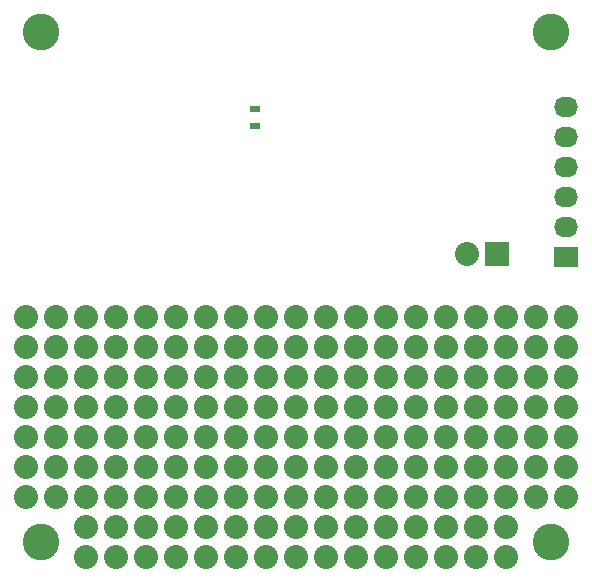
<source format=gbs>
G04 #@! TF.FileFunction,Soldermask,Bot*
%FSLAX46Y46*%
G04 Gerber Fmt 4.6, Leading zero omitted, Abs format (unit mm)*
G04 Created by KiCad (PCBNEW 4.0.0-rc2-1-stable) date Sunday, 29 November 2015 18:47:31*
%MOMM*%
G01*
G04 APERTURE LIST*
%ADD10C,0.100000*%
%ADD11R,2.032000X2.032000*%
%ADD12O,2.032000X2.032000*%
%ADD13R,2.032000X1.727200*%
%ADD14O,2.032000X1.727200*%
%ADD15R,0.900000X0.500000*%
%ADD16C,2.032000*%
%ADD17C,3.100000*%
G04 APERTURE END LIST*
D10*
D11*
X166878000Y-101346000D03*
D12*
X164338000Y-101346000D03*
D13*
X172720000Y-101600000D03*
D14*
X172720000Y-99060000D03*
X172720000Y-96520000D03*
X172720000Y-93980000D03*
X172720000Y-91440000D03*
X172720000Y-88900000D03*
D15*
X146367500Y-90539000D03*
X146367500Y-89039000D03*
D16*
X127000000Y-109220000D03*
X129540000Y-109220000D03*
X132080000Y-109220000D03*
X134620000Y-109220000D03*
X137160000Y-109220000D03*
X139700000Y-109220000D03*
X142240000Y-109220000D03*
X144780000Y-109220000D03*
X147320000Y-109220000D03*
X149860000Y-109220000D03*
X152400000Y-109220000D03*
X154940000Y-109220000D03*
X157480000Y-109220000D03*
X160020000Y-109220000D03*
X162560000Y-109220000D03*
X165100000Y-109220000D03*
X167640000Y-109220000D03*
X170180000Y-109220000D03*
X172720000Y-109220000D03*
X127000000Y-111760000D03*
X129540000Y-111760000D03*
X132080000Y-111760000D03*
X134620000Y-111760000D03*
X137160000Y-111760000D03*
X139700000Y-111760000D03*
X142240000Y-111760000D03*
X144780000Y-111760000D03*
X147320000Y-111760000D03*
X149860000Y-111760000D03*
X152400000Y-111760000D03*
X154940000Y-111760000D03*
X157480000Y-111760000D03*
X160020000Y-111760000D03*
X162560000Y-111760000D03*
X165100000Y-111760000D03*
X167640000Y-111760000D03*
X170180000Y-111760000D03*
X172720000Y-111760000D03*
X127000000Y-114300000D03*
X129540000Y-114300000D03*
X132080000Y-114300000D03*
X134620000Y-114300000D03*
X137160000Y-114300000D03*
X139700000Y-114300000D03*
X142240000Y-114300000D03*
X144780000Y-114300000D03*
X147320000Y-114300000D03*
X149860000Y-114300000D03*
X152400000Y-114300000D03*
X154940000Y-114300000D03*
X157480000Y-114300000D03*
X160020000Y-114300000D03*
X162560000Y-114300000D03*
X165100000Y-114300000D03*
X167640000Y-114300000D03*
X170180000Y-114300000D03*
X172720000Y-114300000D03*
X127000000Y-116840000D03*
X129540000Y-116840000D03*
X132080000Y-116840000D03*
X134620000Y-116840000D03*
X137160000Y-116840000D03*
X139700000Y-116840000D03*
X142240000Y-116840000D03*
X144780000Y-116840000D03*
X147320000Y-116840000D03*
X149860000Y-116840000D03*
X152400000Y-116840000D03*
X154940000Y-116840000D03*
X157480000Y-116840000D03*
X160020000Y-116840000D03*
X162560000Y-116840000D03*
X165100000Y-116840000D03*
X167640000Y-116840000D03*
X170180000Y-116840000D03*
X172720000Y-116840000D03*
X127000000Y-119380000D03*
X129540000Y-119380000D03*
X132080000Y-119380000D03*
X134620000Y-119380000D03*
X137160000Y-119380000D03*
X139700000Y-119380000D03*
X142240000Y-119380000D03*
X144780000Y-119380000D03*
X147320000Y-119380000D03*
X149860000Y-119380000D03*
X152400000Y-119380000D03*
X154940000Y-119380000D03*
X157480000Y-119380000D03*
X160020000Y-119380000D03*
X162560000Y-119380000D03*
X165100000Y-119380000D03*
X167640000Y-119380000D03*
X170180000Y-119380000D03*
X172720000Y-119380000D03*
X127000000Y-121920000D03*
X129540000Y-121920000D03*
X132080000Y-121920000D03*
X134620000Y-121920000D03*
X137160000Y-121920000D03*
X139700000Y-121920000D03*
X142240000Y-121920000D03*
X144780000Y-121920000D03*
X147320000Y-121920000D03*
X149860000Y-121920000D03*
X152400000Y-121920000D03*
X154940000Y-121920000D03*
X157480000Y-121920000D03*
X160020000Y-121920000D03*
X162560000Y-121920000D03*
X165100000Y-121920000D03*
X167640000Y-121920000D03*
X170180000Y-121920000D03*
X172720000Y-121920000D03*
X132080000Y-124460000D03*
X134620000Y-124460000D03*
X137160000Y-124460000D03*
X139700000Y-124460000D03*
X142240000Y-124460000D03*
X144780000Y-124460000D03*
X147320000Y-124460000D03*
X149860000Y-124460000D03*
X152400000Y-124460000D03*
X154940000Y-124460000D03*
X157480000Y-124460000D03*
X160020000Y-124460000D03*
X162560000Y-124460000D03*
X165100000Y-124460000D03*
X167640000Y-124460000D03*
X132080000Y-127000000D03*
X134620000Y-127000000D03*
X137160000Y-127000000D03*
X139700000Y-127000000D03*
X142240000Y-127000000D03*
X144780000Y-127000000D03*
X147320000Y-127000000D03*
X149860000Y-127000000D03*
X152400000Y-127000000D03*
X154940000Y-127000000D03*
X157480000Y-127000000D03*
X160020000Y-127000000D03*
X162560000Y-127000000D03*
X165100000Y-127000000D03*
X167640000Y-127000000D03*
D17*
X171450000Y-125730000D03*
X128270000Y-125730000D03*
X171450000Y-82550000D03*
X128270000Y-82550000D03*
D16*
X172720000Y-106680000D03*
X170180000Y-106680000D03*
X167640000Y-106680000D03*
X165100000Y-106680000D03*
X162560000Y-106680000D03*
X160020000Y-106680000D03*
X157480000Y-106680000D03*
X154940000Y-106680000D03*
X152400000Y-106680000D03*
X149860000Y-106680000D03*
X147320000Y-106680000D03*
X144780000Y-106680000D03*
X142240000Y-106680000D03*
X139700000Y-106680000D03*
X137160000Y-106680000D03*
X134620000Y-106680000D03*
X132080000Y-106680000D03*
X129540000Y-106680000D03*
X127000000Y-106680000D03*
M02*

</source>
